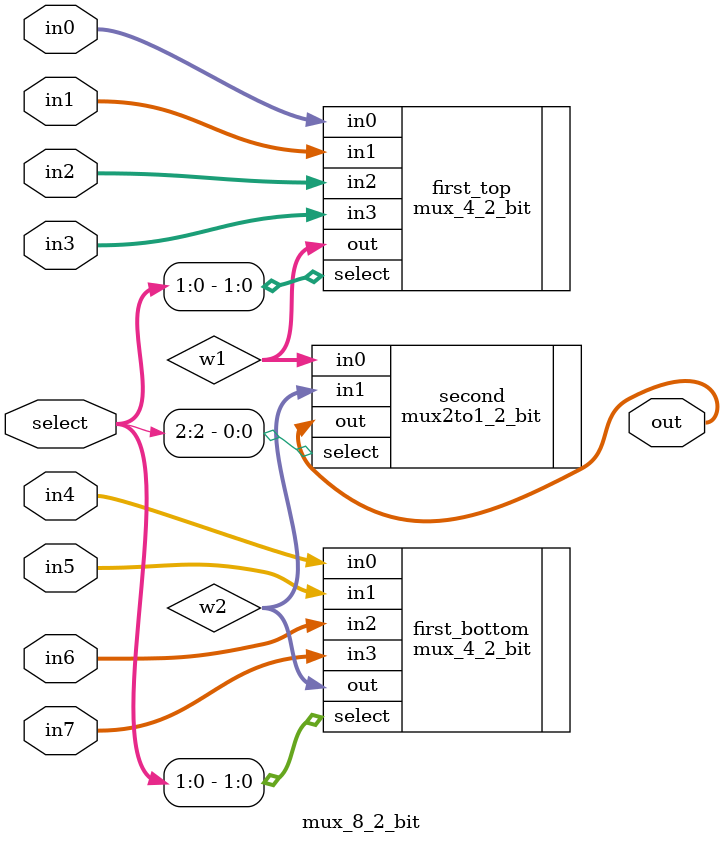
<source format=v>
module mux_8_2_bit(select, in0, in1, in2, in3,in4,in5,in6,in7, out);
input [2:0] select;
input [1:0] in0, in1, in2, in3, in4,in5,in6,in7;
output [1:0] out;
wire [1:0] w1, w2;
mux_4_2_bit first_top(.select(select[1:0]), .in0(in0), .in1(in1),.in2(in2), .in3(in3), .out(w1));
mux_4_2_bit first_bottom(.select(select[1:0]), .in0(in4), .in1(in5),.in2(in6), .in3(in7), .out(w2));
mux2to1_2_bit second(.select(select[2]), .in0(w1), .in1(w2), .out(out));
endmodule
</source>
